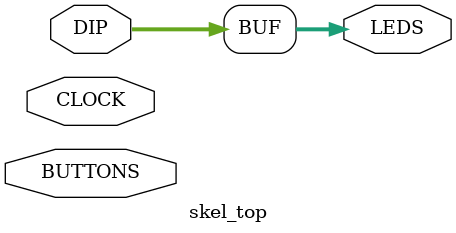
<source format=v>
`timescale 1ns/1ns

module skel_top (
    input CLOCK,
    input [1:0] BUTTONS,
    input [5:0] DIP,

    output [5:0] LEDS
);

    assign LEDS = DIP;
endmodule

</source>
